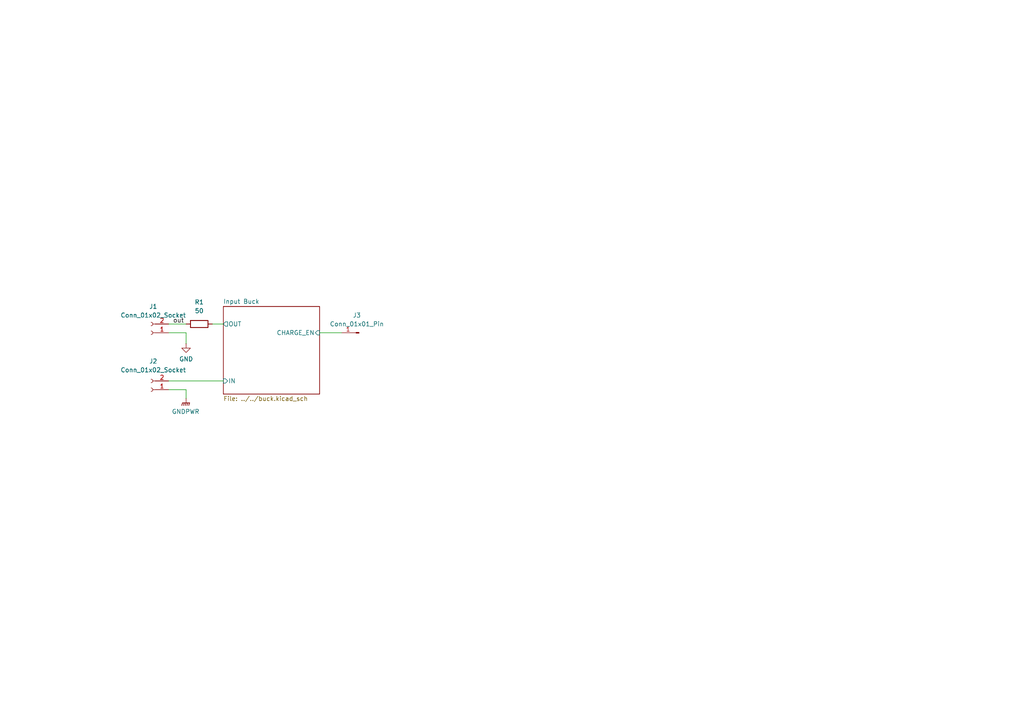
<source format=kicad_sch>
(kicad_sch
	(version 20250114)
	(generator "eeschema")
	(generator_version "9.0")
	(uuid "3b860e9b-bc45-416d-b09e-893d0b22ad61")
	(paper "A4")
	(lib_symbols
		(symbol "Connector:Conn_01x01_Pin"
			(pin_names
				(offset 1.016)
				(hide yes)
			)
			(exclude_from_sim no)
			(in_bom yes)
			(on_board yes)
			(property "Reference" "J"
				(at 0 2.54 0)
				(effects
					(font
						(size 1.27 1.27)
					)
				)
			)
			(property "Value" "Conn_01x01_Pin"
				(at 0 -2.54 0)
				(effects
					(font
						(size 1.27 1.27)
					)
				)
			)
			(property "Footprint" ""
				(at 0 0 0)
				(effects
					(font
						(size 1.27 1.27)
					)
					(hide yes)
				)
			)
			(property "Datasheet" "~"
				(at 0 0 0)
				(effects
					(font
						(size 1.27 1.27)
					)
					(hide yes)
				)
			)
			(property "Description" "Generic connector, single row, 01x01, script generated"
				(at 0 0 0)
				(effects
					(font
						(size 1.27 1.27)
					)
					(hide yes)
				)
			)
			(property "ki_locked" ""
				(at 0 0 0)
				(effects
					(font
						(size 1.27 1.27)
					)
				)
			)
			(property "ki_keywords" "connector"
				(at 0 0 0)
				(effects
					(font
						(size 1.27 1.27)
					)
					(hide yes)
				)
			)
			(property "ki_fp_filters" "Connector*:*_1x??_*"
				(at 0 0 0)
				(effects
					(font
						(size 1.27 1.27)
					)
					(hide yes)
				)
			)
			(symbol "Conn_01x01_Pin_1_1"
				(rectangle
					(start 0.8636 0.127)
					(end 0 -0.127)
					(stroke
						(width 0.1524)
						(type default)
					)
					(fill
						(type outline)
					)
				)
				(polyline
					(pts
						(xy 1.27 0) (xy 0.8636 0)
					)
					(stroke
						(width 0.1524)
						(type default)
					)
					(fill
						(type none)
					)
				)
				(pin passive line
					(at 5.08 0 180)
					(length 3.81)
					(name "Pin_1"
						(effects
							(font
								(size 1.27 1.27)
							)
						)
					)
					(number "1"
						(effects
							(font
								(size 1.27 1.27)
							)
						)
					)
				)
			)
			(embedded_fonts no)
		)
		(symbol "Connector:Conn_01x02_Socket"
			(pin_names
				(offset 1.016)
				(hide yes)
			)
			(exclude_from_sim no)
			(in_bom yes)
			(on_board yes)
			(property "Reference" "J"
				(at 0 2.54 0)
				(effects
					(font
						(size 1.27 1.27)
					)
				)
			)
			(property "Value" "Conn_01x02_Socket"
				(at 0 -5.08 0)
				(effects
					(font
						(size 1.27 1.27)
					)
				)
			)
			(property "Footprint" ""
				(at 0 0 0)
				(effects
					(font
						(size 1.27 1.27)
					)
					(hide yes)
				)
			)
			(property "Datasheet" "~"
				(at 0 0 0)
				(effects
					(font
						(size 1.27 1.27)
					)
					(hide yes)
				)
			)
			(property "Description" "Generic connector, single row, 01x02, script generated"
				(at 0 0 0)
				(effects
					(font
						(size 1.27 1.27)
					)
					(hide yes)
				)
			)
			(property "ki_locked" ""
				(at 0 0 0)
				(effects
					(font
						(size 1.27 1.27)
					)
				)
			)
			(property "ki_keywords" "connector"
				(at 0 0 0)
				(effects
					(font
						(size 1.27 1.27)
					)
					(hide yes)
				)
			)
			(property "ki_fp_filters" "Connector*:*_1x??_*"
				(at 0 0 0)
				(effects
					(font
						(size 1.27 1.27)
					)
					(hide yes)
				)
			)
			(symbol "Conn_01x02_Socket_1_1"
				(polyline
					(pts
						(xy -1.27 0) (xy -0.508 0)
					)
					(stroke
						(width 0.1524)
						(type default)
					)
					(fill
						(type none)
					)
				)
				(polyline
					(pts
						(xy -1.27 -2.54) (xy -0.508 -2.54)
					)
					(stroke
						(width 0.1524)
						(type default)
					)
					(fill
						(type none)
					)
				)
				(arc
					(start 0 -0.508)
					(mid -0.5058 0)
					(end 0 0.508)
					(stroke
						(width 0.1524)
						(type default)
					)
					(fill
						(type none)
					)
				)
				(arc
					(start 0 -3.048)
					(mid -0.5058 -2.54)
					(end 0 -2.032)
					(stroke
						(width 0.1524)
						(type default)
					)
					(fill
						(type none)
					)
				)
				(pin passive line
					(at -5.08 0 0)
					(length 3.81)
					(name "Pin_1"
						(effects
							(font
								(size 1.27 1.27)
							)
						)
					)
					(number "1"
						(effects
							(font
								(size 1.27 1.27)
							)
						)
					)
				)
				(pin passive line
					(at -5.08 -2.54 0)
					(length 3.81)
					(name "Pin_2"
						(effects
							(font
								(size 1.27 1.27)
							)
						)
					)
					(number "2"
						(effects
							(font
								(size 1.27 1.27)
							)
						)
					)
				)
			)
			(embedded_fonts no)
		)
		(symbol "Device:R"
			(pin_numbers
				(hide yes)
			)
			(pin_names
				(offset 0)
			)
			(exclude_from_sim no)
			(in_bom yes)
			(on_board yes)
			(property "Reference" "R"
				(at 2.032 0 90)
				(effects
					(font
						(size 1.27 1.27)
					)
				)
			)
			(property "Value" "R"
				(at 0 0 90)
				(effects
					(font
						(size 1.27 1.27)
					)
				)
			)
			(property "Footprint" ""
				(at -1.778 0 90)
				(effects
					(font
						(size 1.27 1.27)
					)
					(hide yes)
				)
			)
			(property "Datasheet" "~"
				(at 0 0 0)
				(effects
					(font
						(size 1.27 1.27)
					)
					(hide yes)
				)
			)
			(property "Description" "Resistor"
				(at 0 0 0)
				(effects
					(font
						(size 1.27 1.27)
					)
					(hide yes)
				)
			)
			(property "ki_keywords" "R res resistor"
				(at 0 0 0)
				(effects
					(font
						(size 1.27 1.27)
					)
					(hide yes)
				)
			)
			(property "ki_fp_filters" "R_*"
				(at 0 0 0)
				(effects
					(font
						(size 1.27 1.27)
					)
					(hide yes)
				)
			)
			(symbol "R_0_1"
				(rectangle
					(start -1.016 -2.54)
					(end 1.016 2.54)
					(stroke
						(width 0.254)
						(type default)
					)
					(fill
						(type none)
					)
				)
			)
			(symbol "R_1_1"
				(pin passive line
					(at 0 3.81 270)
					(length 1.27)
					(name "~"
						(effects
							(font
								(size 1.27 1.27)
							)
						)
					)
					(number "1"
						(effects
							(font
								(size 1.27 1.27)
							)
						)
					)
				)
				(pin passive line
					(at 0 -3.81 90)
					(length 1.27)
					(name "~"
						(effects
							(font
								(size 1.27 1.27)
							)
						)
					)
					(number "2"
						(effects
							(font
								(size 1.27 1.27)
							)
						)
					)
				)
			)
			(embedded_fonts no)
		)
		(symbol "power:GND"
			(power)
			(pin_numbers
				(hide yes)
			)
			(pin_names
				(offset 0)
				(hide yes)
			)
			(exclude_from_sim no)
			(in_bom yes)
			(on_board yes)
			(property "Reference" "#PWR"
				(at 0 -6.35 0)
				(effects
					(font
						(size 1.27 1.27)
					)
					(hide yes)
				)
			)
			(property "Value" "GND"
				(at 0 -3.81 0)
				(effects
					(font
						(size 1.27 1.27)
					)
				)
			)
			(property "Footprint" ""
				(at 0 0 0)
				(effects
					(font
						(size 1.27 1.27)
					)
					(hide yes)
				)
			)
			(property "Datasheet" ""
				(at 0 0 0)
				(effects
					(font
						(size 1.27 1.27)
					)
					(hide yes)
				)
			)
			(property "Description" "Power symbol creates a global label with name \"GND\" , ground"
				(at 0 0 0)
				(effects
					(font
						(size 1.27 1.27)
					)
					(hide yes)
				)
			)
			(property "ki_keywords" "global power"
				(at 0 0 0)
				(effects
					(font
						(size 1.27 1.27)
					)
					(hide yes)
				)
			)
			(symbol "GND_0_1"
				(polyline
					(pts
						(xy 0 0) (xy 0 -1.27) (xy 1.27 -1.27) (xy 0 -2.54) (xy -1.27 -1.27) (xy 0 -1.27)
					)
					(stroke
						(width 0)
						(type default)
					)
					(fill
						(type none)
					)
				)
			)
			(symbol "GND_1_1"
				(pin power_in line
					(at 0 0 270)
					(length 0)
					(name "~"
						(effects
							(font
								(size 1.27 1.27)
							)
						)
					)
					(number "1"
						(effects
							(font
								(size 1.27 1.27)
							)
						)
					)
				)
			)
			(embedded_fonts no)
		)
		(symbol "power:GNDPWR"
			(power)
			(pin_numbers
				(hide yes)
			)
			(pin_names
				(offset 0)
				(hide yes)
			)
			(exclude_from_sim no)
			(in_bom yes)
			(on_board yes)
			(property "Reference" "#PWR"
				(at 0 -5.08 0)
				(effects
					(font
						(size 1.27 1.27)
					)
					(hide yes)
				)
			)
			(property "Value" "GNDPWR"
				(at 0 -3.302 0)
				(effects
					(font
						(size 1.27 1.27)
					)
				)
			)
			(property "Footprint" ""
				(at 0 -1.27 0)
				(effects
					(font
						(size 1.27 1.27)
					)
					(hide yes)
				)
			)
			(property "Datasheet" ""
				(at 0 -1.27 0)
				(effects
					(font
						(size 1.27 1.27)
					)
					(hide yes)
				)
			)
			(property "Description" "Power symbol creates a global label with name \"GNDPWR\" , global ground"
				(at 0 0 0)
				(effects
					(font
						(size 1.27 1.27)
					)
					(hide yes)
				)
			)
			(property "ki_keywords" "global ground"
				(at 0 0 0)
				(effects
					(font
						(size 1.27 1.27)
					)
					(hide yes)
				)
			)
			(symbol "GNDPWR_0_1"
				(polyline
					(pts
						(xy -1.016 -1.27) (xy -1.27 -2.032) (xy -1.27 -2.032)
					)
					(stroke
						(width 0.2032)
						(type default)
					)
					(fill
						(type none)
					)
				)
				(polyline
					(pts
						(xy -0.508 -1.27) (xy -0.762 -2.032) (xy -0.762 -2.032)
					)
					(stroke
						(width 0.2032)
						(type default)
					)
					(fill
						(type none)
					)
				)
				(polyline
					(pts
						(xy 0 -1.27) (xy 0 0)
					)
					(stroke
						(width 0)
						(type default)
					)
					(fill
						(type none)
					)
				)
				(polyline
					(pts
						(xy 0 -1.27) (xy -0.254 -2.032) (xy -0.254 -2.032)
					)
					(stroke
						(width 0.2032)
						(type default)
					)
					(fill
						(type none)
					)
				)
				(polyline
					(pts
						(xy 0.508 -1.27) (xy 0.254 -2.032) (xy 0.254 -2.032)
					)
					(stroke
						(width 0.2032)
						(type default)
					)
					(fill
						(type none)
					)
				)
				(polyline
					(pts
						(xy 1.016 -1.27) (xy -1.016 -1.27) (xy -1.016 -1.27)
					)
					(stroke
						(width 0.2032)
						(type default)
					)
					(fill
						(type none)
					)
				)
				(polyline
					(pts
						(xy 1.016 -1.27) (xy 0.762 -2.032) (xy 0.762 -2.032) (xy 0.762 -2.032)
					)
					(stroke
						(width 0.2032)
						(type default)
					)
					(fill
						(type none)
					)
				)
			)
			(symbol "GNDPWR_1_1"
				(pin power_in line
					(at 0 0 270)
					(length 0)
					(name "~"
						(effects
							(font
								(size 1.27 1.27)
							)
						)
					)
					(number "1"
						(effects
							(font
								(size 1.27 1.27)
							)
						)
					)
				)
			)
			(embedded_fonts no)
		)
	)
	(wire
		(pts
			(xy 61.595 93.98) (xy 64.77 93.98)
		)
		(stroke
			(width 0)
			(type default)
		)
		(uuid "0a6d821f-0921-44e7-b425-9c729521cdb9")
	)
	(wire
		(pts
			(xy 48.895 93.98) (xy 53.975 93.98)
		)
		(stroke
			(width 0)
			(type default)
		)
		(uuid "574468d4-03bc-40c5-be54-1c0faed2a02d")
	)
	(wire
		(pts
			(xy 48.895 113.03) (xy 53.975 113.03)
		)
		(stroke
			(width 0)
			(type default)
		)
		(uuid "88cfbf51-7906-4b9e-a4fc-f84208930b0b")
	)
	(wire
		(pts
			(xy 53.975 96.52) (xy 53.975 99.695)
		)
		(stroke
			(width 0)
			(type default)
		)
		(uuid "9e526a6c-7c10-4994-bb6f-f2fcfd535fda")
	)
	(wire
		(pts
			(xy 92.71 96.52) (xy 99.06 96.52)
		)
		(stroke
			(width 0)
			(type default)
		)
		(uuid "9f9d244c-557d-4606-bd68-5e614ccaf228")
	)
	(wire
		(pts
			(xy 48.895 96.52) (xy 53.975 96.52)
		)
		(stroke
			(width 0)
			(type default)
		)
		(uuid "e7a5e6f7-22ba-43f6-aa9c-0405f922e8cd")
	)
	(wire
		(pts
			(xy 53.975 113.03) (xy 53.975 115.57)
		)
		(stroke
			(width 0)
			(type default)
		)
		(uuid "f07f2c5b-3be3-472d-8c58-1e74144a7aca")
	)
	(wire
		(pts
			(xy 48.895 110.49) (xy 64.77 110.49)
		)
		(stroke
			(width 0)
			(type default)
		)
		(uuid "f93d664b-41ee-40c6-abf5-a4e0618ad248")
	)
	(label "out"
		(at 50.165 93.98 0)
		(effects
			(font
				(size 1.27 1.27)
			)
			(justify left bottom)
		)
		(uuid "5ba75be3-c6d5-4390-b9c4-0a8e7e5e2caf")
	)
	(symbol
		(lib_id "power:GND")
		(at 53.975 99.695 0)
		(unit 1)
		(exclude_from_sim no)
		(in_bom yes)
		(on_board yes)
		(dnp no)
		(fields_autoplaced yes)
		(uuid "43773f4d-90a3-4cab-9742-7be8840da139")
		(property "Reference" "#PWR01"
			(at 53.975 106.045 0)
			(effects
				(font
					(size 1.27 1.27)
				)
				(hide yes)
			)
		)
		(property "Value" "GND"
			(at 53.975 104.14 0)
			(effects
				(font
					(size 1.27 1.27)
				)
			)
		)
		(property "Footprint" ""
			(at 53.975 99.695 0)
			(effects
				(font
					(size 1.27 1.27)
				)
				(hide yes)
			)
		)
		(property "Datasheet" ""
			(at 53.975 99.695 0)
			(effects
				(font
					(size 1.27 1.27)
				)
				(hide yes)
			)
		)
		(property "Description" "Power symbol creates a global label with name \"GND\" , ground"
			(at 53.975 99.695 0)
			(effects
				(font
					(size 1.27 1.27)
				)
				(hide yes)
			)
		)
		(pin "1"
			(uuid "491f8539-bd8a-48e7-882e-1a0fe6f963a6")
		)
		(instances
			(project ""
				(path "/3b860e9b-bc45-416d-b09e-893d0b22ad61"
					(reference "#PWR01")
					(unit 1)
				)
			)
		)
	)
	(symbol
		(lib_id "power:GNDPWR")
		(at 53.975 115.57 0)
		(unit 1)
		(exclude_from_sim no)
		(in_bom yes)
		(on_board yes)
		(dnp no)
		(uuid "8b0a93da-6d4e-411e-bdee-9d112937d526")
		(property "Reference" "#PWR02"
			(at 53.975 120.65 0)
			(effects
				(font
					(size 1.27 1.27)
				)
				(hide yes)
			)
		)
		(property "Value" "GNDPWR"
			(at 53.848 119.38 0)
			(effects
				(font
					(size 1.27 1.27)
				)
			)
		)
		(property "Footprint" ""
			(at 53.975 116.84 0)
			(effects
				(font
					(size 1.27 1.27)
				)
				(hide yes)
			)
		)
		(property "Datasheet" ""
			(at 53.975 116.84 0)
			(effects
				(font
					(size 1.27 1.27)
				)
				(hide yes)
			)
		)
		(property "Description" "Power symbol creates a global label with name \"GNDPWR\" , global ground"
			(at 53.975 115.57 0)
			(effects
				(font
					(size 1.27 1.27)
				)
				(hide yes)
			)
		)
		(pin "1"
			(uuid "0de2189f-2e5e-433e-8d81-e2f978d1ebb2")
		)
		(instances
			(project "Input Buck Rev1"
				(path "/3b860e9b-bc45-416d-b09e-893d0b22ad61"
					(reference "#PWR02")
					(unit 1)
				)
			)
		)
	)
	(symbol
		(lib_id "Connector:Conn_01x02_Socket")
		(at 43.815 113.03 180)
		(unit 1)
		(exclude_from_sim no)
		(in_bom yes)
		(on_board yes)
		(dnp no)
		(fields_autoplaced yes)
		(uuid "97b9745d-3321-49f1-898e-caa6eab4c5e6")
		(property "Reference" "J2"
			(at 44.45 104.775 0)
			(effects
				(font
					(size 1.27 1.27)
				)
			)
		)
		(property "Value" "Conn_01x02_Socket"
			(at 44.45 107.315 0)
			(effects
				(font
					(size 1.27 1.27)
				)
			)
		)
		(property "Footprint" "Connector:Banana_Jack_2Pin"
			(at 43.815 113.03 0)
			(effects
				(font
					(size 1.27 1.27)
				)
				(hide yes)
			)
		)
		(property "Datasheet" "~"
			(at 43.815 113.03 0)
			(effects
				(font
					(size 1.27 1.27)
				)
				(hide yes)
			)
		)
		(property "Description" "Generic connector, single row, 01x02, script generated"
			(at 43.815 113.03 0)
			(effects
				(font
					(size 1.27 1.27)
				)
				(hide yes)
			)
		)
		(property "Mouser #" ""
			(at 43.815 113.03 0)
			(effects
				(font
					(size 1.27 1.27)
				)
				(hide yes)
			)
		)
		(property "Mouser Link" ""
			(at 43.815 113.03 0)
			(effects
				(font
					(size 1.27 1.27)
				)
				(hide yes)
			)
		)
		(property "JLCPCB #" ""
			(at 43.815 113.03 0)
			(effects
				(font
					(size 1.27 1.27)
				)
				(hide yes)
			)
		)
		(pin "1"
			(uuid "6452cb09-cccb-4415-9a0f-75bafe4b155c")
		)
		(pin "2"
			(uuid "ce9d73d6-1300-46d6-b9e6-caa65897aa29")
		)
		(instances
			(project "Input Buck Rev1"
				(path "/3b860e9b-bc45-416d-b09e-893d0b22ad61"
					(reference "J2")
					(unit 1)
				)
			)
		)
	)
	(symbol
		(lib_id "Device:R")
		(at 57.785 93.98 90)
		(unit 1)
		(exclude_from_sim no)
		(in_bom yes)
		(on_board yes)
		(dnp no)
		(fields_autoplaced yes)
		(uuid "9f09f474-01e7-4bfb-ae5b-5cfdb2a2e691")
		(property "Reference" "R1"
			(at 57.785 87.63 90)
			(effects
				(font
					(size 1.27 1.27)
				)
			)
		)
		(property "Value" "50"
			(at 57.785 90.17 90)
			(effects
				(font
					(size 1.27 1.27)
				)
			)
		)
		(property "Footprint" "Resistor_SMD:R_0603_1608Metric_Pad0.98x0.95mm_HandSolder"
			(at 57.785 95.758 90)
			(effects
				(font
					(size 1.27 1.27)
				)
				(hide yes)
			)
		)
		(property "Datasheet" "~"
			(at 57.785 93.98 0)
			(effects
				(font
					(size 1.27 1.27)
				)
				(hide yes)
			)
		)
		(property "Description" "Resistor"
			(at 57.785 93.98 0)
			(effects
				(font
					(size 1.27 1.27)
				)
				(hide yes)
			)
		)
		(property "Mouser #" ""
			(at 57.785 93.98 0)
			(effects
				(font
					(size 1.27 1.27)
				)
				(hide yes)
			)
		)
		(property "Mouser Link" ""
			(at 57.785 93.98 0)
			(effects
				(font
					(size 1.27 1.27)
				)
				(hide yes)
			)
		)
		(property "JLCPCB #" ""
			(at 57.785 93.98 0)
			(effects
				(font
					(size 1.27 1.27)
				)
				(hide yes)
			)
		)
		(pin "1"
			(uuid "9f233678-b097-407c-87da-2a37719cc7d7")
		)
		(pin "2"
			(uuid "3bbf45c9-43ac-4edd-9ccc-6d3a196f5b39")
		)
		(instances
			(project ""
				(path "/3b860e9b-bc45-416d-b09e-893d0b22ad61"
					(reference "R1")
					(unit 1)
				)
			)
		)
	)
	(symbol
		(lib_id "Connector:Conn_01x01_Pin")
		(at 104.14 96.52 180)
		(unit 1)
		(exclude_from_sim no)
		(in_bom yes)
		(on_board yes)
		(dnp no)
		(fields_autoplaced yes)
		(uuid "d19b4e2c-2c95-4f0f-a934-f240f0bfa1da")
		(property "Reference" "J3"
			(at 103.505 91.44 0)
			(effects
				(font
					(size 1.27 1.27)
				)
			)
		)
		(property "Value" "Conn_01x01_Pin"
			(at 103.505 93.98 0)
			(effects
				(font
					(size 1.27 1.27)
				)
			)
		)
		(property "Footprint" "Connector_PinHeader_2.54mm:PinHeader_1x01_P2.54mm_Vertical"
			(at 104.14 96.52 0)
			(effects
				(font
					(size 1.27 1.27)
				)
				(hide yes)
			)
		)
		(property "Datasheet" "~"
			(at 104.14 96.52 0)
			(effects
				(font
					(size 1.27 1.27)
				)
				(hide yes)
			)
		)
		(property "Description" "Generic connector, single row, 01x01, script generated"
			(at 104.14 96.52 0)
			(effects
				(font
					(size 1.27 1.27)
				)
				(hide yes)
			)
		)
		(property "Mouser #" ""
			(at 104.14 96.52 0)
			(effects
				(font
					(size 1.27 1.27)
				)
				(hide yes)
			)
		)
		(property "Mouser Link" ""
			(at 104.14 96.52 0)
			(effects
				(font
					(size 1.27 1.27)
				)
				(hide yes)
			)
		)
		(property "JLCPCB #" ""
			(at 104.14 96.52 0)
			(effects
				(font
					(size 1.27 1.27)
				)
				(hide yes)
			)
		)
		(pin "1"
			(uuid "cfb7ffbc-8ea3-41b2-9a7f-47f0af7869b9")
		)
		(instances
			(project ""
				(path "/3b860e9b-bc45-416d-b09e-893d0b22ad61"
					(reference "J3")
					(unit 1)
				)
			)
		)
	)
	(symbol
		(lib_id "Connector:Conn_01x02_Socket")
		(at 43.815 96.52 180)
		(unit 1)
		(exclude_from_sim no)
		(in_bom yes)
		(on_board yes)
		(dnp no)
		(fields_autoplaced yes)
		(uuid "f0a662d6-2baa-4aa6-9283-62b9037d15e1")
		(property "Reference" "J1"
			(at 44.45 88.9 0)
			(effects
				(font
					(size 1.27 1.27)
				)
			)
		)
		(property "Value" "Conn_01x02_Socket"
			(at 44.45 91.44 0)
			(effects
				(font
					(size 1.27 1.27)
				)
			)
		)
		(property "Footprint" "Connector:Banana_Jack_2Pin"
			(at 43.815 96.52 0)
			(effects
				(font
					(size 1.27 1.27)
				)
				(hide yes)
			)
		)
		(property "Datasheet" "~"
			(at 43.815 96.52 0)
			(effects
				(font
					(size 1.27 1.27)
				)
				(hide yes)
			)
		)
		(property "Description" "Generic connector, single row, 01x02, script generated"
			(at 43.815 96.52 0)
			(effects
				(font
					(size 1.27 1.27)
				)
				(hide yes)
			)
		)
		(property "Mouser #" ""
			(at 43.815 96.52 0)
			(effects
				(font
					(size 1.27 1.27)
				)
				(hide yes)
			)
		)
		(property "Mouser Link" ""
			(at 43.815 96.52 0)
			(effects
				(font
					(size 1.27 1.27)
				)
				(hide yes)
			)
		)
		(property "JLCPCB #" ""
			(at 43.815 96.52 0)
			(effects
				(font
					(size 1.27 1.27)
				)
				(hide yes)
			)
		)
		(pin "1"
			(uuid "b77aed04-9e9f-44db-adf0-d17971608b7b")
		)
		(pin "2"
			(uuid "b9217c53-92d0-42b9-bc05-b26a10262bdf")
		)
		(instances
			(project ""
				(path "/3b860e9b-bc45-416d-b09e-893d0b22ad61"
					(reference "J1")
					(unit 1)
				)
			)
		)
	)
	(sheet
		(at 64.77 88.9)
		(size 27.94 25.4)
		(exclude_from_sim no)
		(in_bom yes)
		(on_board yes)
		(dnp no)
		(fields_autoplaced yes)
		(stroke
			(width 0.1524)
			(type solid)
		)
		(fill
			(color 0 0 0 0.0000)
		)
		(uuid "013921e8-055b-4930-a2c6-9be4a4ca23d3")
		(property "Sheetname" "Input Buck"
			(at 64.77 88.1884 0)
			(effects
				(font
					(size 1.27 1.27)
				)
				(justify left bottom)
			)
		)
		(property "Sheetfile" "../../buck.kicad_sch"
			(at 64.77 114.8846 0)
			(effects
				(font
					(size 1.27 1.27)
				)
				(justify left top)
			)
		)
		(pin "CHARGE_EN" input
			(at 92.71 96.52 0)
			(uuid "4b27bafc-e583-4632-9435-da74019f775c")
			(effects
				(font
					(size 1.27 1.27)
				)
				(justify right)
			)
		)
		(pin "IN" input
			(at 64.77 110.49 180)
			(uuid "7a8b31a9-1c18-445c-96af-34ee3ea0feb8")
			(effects
				(font
					(size 1.27 1.27)
				)
				(justify left)
			)
		)
		(pin "OUT" output
			(at 64.77 93.98 180)
			(uuid "e6bb52f1-0db7-41d0-a294-e53a4f9b1fe5")
			(effects
				(font
					(size 1.27 1.27)
				)
				(justify left)
			)
		)
		(instances
			(project "Input Buck Rev1"
				(path "/3b860e9b-bc45-416d-b09e-893d0b22ad61"
					(page "2")
				)
			)
		)
	)
	(sheet_instances
		(path "/"
			(page "1")
		)
	)
	(embedded_fonts no)
)

</source>
